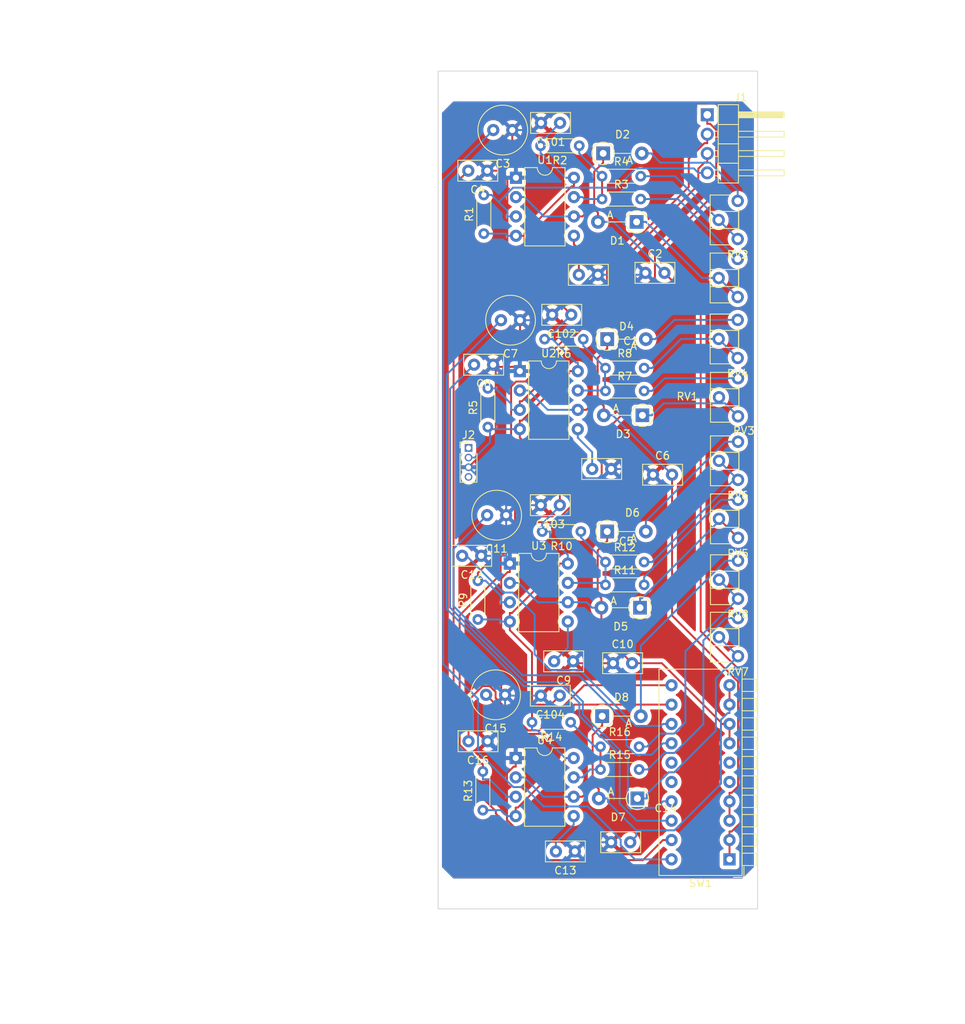
<source format=kicad_pcb>
(kicad_pcb (version 20211014) (generator pcbnew)
  (layers (0 "F.Cu" signal) (31 "B.Cu" signal) (34 "B.Paste" user) (35 "F.Paste" user) (36 "B.SilkS" user "B.Silkscreen") (37 "F.SilkS" user "F.Silkscreen") (38 "B.Mask" user) (39 "F.Mask" user) (44 "Edge.Cuts" user))
  (net 0 "")
  (net 1 "GND")
  (net 2 "Net-(C1-Pad2)")
  (net 3 "Net-(D1-Pad1)")
  (net 4 "/clk1out")
  (net 5 "/ct1")
  (net 6 "+5V")
  (net 7 "Net-(R2-Pad1)")
  (net 8 "Net-(D4-Pad2)")
  (net 9 "Net-(R4-Pad2)")
  (net 10 "Net-(R10-Pad1)")
  (net 11 "/ct2")
  (net 12 "Net-(C5-Pad2)")
  (net 13 "Net-(D2-Pad2)")
  (net 14 "Net-(D3-Pad1)")
  (net 15 "Net-(R3-Pad2)")
  (net 16 "Net-(R6-Pad1)")
  (net 17 "Net-(R7-Pad2)")
  (net 18 "/ct3")
  (net 19 "/ct4")
  (net 20 "/clk2out")
  (net 21 "Net-(C9-Pad2)")
  (net 22 "/clk3out")
  (net 23 "/clk4out")
  (net 24 "Net-(D6-Pad2)")
  (net 25 "Net-(R11-Pad2)")
  (net 26 "Net-(R14-Pad1)")
  (net 27 "Net-(C13-Pad2)")
  (net 28 "Net-(D5-Pad1)")
  (net 29 "Net-(D7-Pad1)")
  (net 30 "Net-(D8-Pad2)")
  (net 31 "Net-(R15-Pad2)")
  (net 32 "Net-(R16-Pad2)")
  (net 33 "+12V")
  (net 34 "-12V")
  (net 39 "Net-(C3-Pad2)")
  (net 40 "Net-(C4-Pad2)")
  (net 41 "Net-(C7-Pad2)")
  (net 42 "Net-(C8-Pad2)")
  (net 43 "Net-(C11-Pad2)")
  (net 44 "Net-(C12-Pad2)")
  (net 45 "Net-(C15-Pad2)")
  (net 46 "Net-(C16-Pad2)")
  (net 47 "Net-(R8-Pad2)")
  (net 48 "Net-(R12-Pad2)")
  (footprint "Capacitor_THT:C_Disc_D5.0mm_W2.5mm_P2.50mm" (layer "F.Cu") (at 106.25 103)
    (fp_text reference "C6")
    (fp_text value "C")
  )
  (footprint "Button_Switch_THT:SW_DIP_SPSTx10_Piano_10.8x26.96mm_W7.62mm_P2.54mm" (layer "F.Cu") (at 116.3 153.5 180)
    (fp_text reference "SW1")
    (fp_text value "SW_DIP_x10")
  )
  (footprint "Capacitor_THT:C_Disc_D5.0mm_W2.5mm_P2.50mm" (layer "F.Cu") (at 95.75 127.5 180)
    (fp_text reference "C9")
    (fp_text value "C")
  )
  (footprint "Resistor_THT:R_Axial_DIN0204_L3.6mm_D1.6mm_P5.08mm_Horizontal" (layer "F.Cu") (at 96.765 110.46 180)
    (fp_text reference "R10")
    (fp_text value "1k")
  )
  (footprint "Resistor_THT:R_Axial_DIN0204_L3.6mm_D1.6mm_P5.08mm_Horizontal" (layer "F.Cu") (at 99.34 138.7)
    (fp_text reference "R16")
    (fp_text value "10")
  )
  (footprint "Diode_THT:D_A-405_P5.08mm_Vertical_AnodeUp" (layer "F.Cu") (at 104.855 95.2 180)
    (fp_text reference "D3")
    (fp_text value "D")
  )
  (footprint "Potentiometer_THT:Potentiometer_Piher_PT-6-H_Horizontal" (layer "F.Cu") (at 117.415 111.292 180)
    (fp_text reference "RV5")
    (fp_text value "R_Potentiometer")
  )
  (footprint "Potentiometer_THT:Potentiometer_Piher_PT-6-H_Horizontal" (layer "F.Cu") (at 117.375 87.672 180)
    (fp_text reference "RV4")
    (fp_text value "R_Potentiometer")
  )
  (footprint "Resistor_THT:R_Axial_DIN0204_L3.6mm_D1.6mm_P5.08mm_Horizontal" (layer "F.Cu") (at 83.88 147.04 90)
    (fp_text reference "R13")
    (fp_text value "1k")
  )
  (footprint "Capacitor_THT:C_Disc_D5.0mm_W2.5mm_P2.50mm" (layer "F.Cu") (at 83.6645 113.644 180)
    (fp_text reference "C12")
    (fp_text value "C")
  )
  (footprint "Capacitor_THT:C_Disc_D5.0mm_W2.5mm_P2.50mm" (layer "F.Cu") (at 99 76.75 180)
    (fp_text reference "C1")
    (fp_text value "C")
  )
  (footprint "Capacitor_THT:C_Radial_D6.3mm_H11.0mm_P2.50mm" (layer "F.Cu") (at 87.75 57.75 180)
    (fp_text reference "C3")
    (fp_text value "C")
  )
  (footprint "Capacitor_THT:C_Disc_D5.0mm_W2.5mm_P2.50mm" (layer "F.Cu") (at 105.25 76.5)
    (fp_text reference "C2")
    (fp_text value "C")
  )
  (footprint "Resistor_THT:R_Axial_DIN0204_L3.6mm_D1.6mm_P5.08mm_Horizontal" (layer "F.Cu") (at 100 89)
    (fp_text reference "R8")
    (fp_text value "10")
  )
  (footprint "Resistor_THT:R_Axial_DIN0204_L3.6mm_D1.6mm_P5.08mm_Horizontal" (layer "F.Cu") (at 84.54 96.74 90)
    (fp_text reference "R5")
    (fp_text value "1k")
  )
  (footprint "Resistor_THT:R_Axial_DIN0204_L3.6mm_D1.6mm_P5.08mm_Horizontal" (layer "F.Cu") (at 99.34 141.7)
    (fp_text reference "R15")
    (fp_text value "10")
  )
  (footprint "Connector_PinHeader_1.27mm:PinHeader_1x04_P1.27mm_Vertical" (layer "F.Cu") (at 82 99.48)
    (fp_text reference "J2")
    (fp_text value "PowerSupply")
  )
  (footprint "Resistor_THT:R_Axial_DIN0204_L3.6mm_D1.6mm_P5.08mm_Horizontal" (layer "F.Cu") (at 100 92)
    (fp_text reference "R7")
    (fp_text value "10")
  )
  (footprint "Capacitor_THT:C_Disc_D5.0mm_W2.5mm_P2.50mm" (layer "F.Cu") (at 95.98 152.46 180)
    (fp_text reference "C13")
    (fp_text value "C")
  )
  (footprint "Capacitor_THT:C_Disc_D5.0mm_W2.5mm_P2.50mm" (layer "F.Cu") (at 100.75 102.25 180)
    (fp_text reference "C5")
    (fp_text value "C")
  )
  (footprint "Potentiometer_THT:Potentiometer_Piher_PT-6-H_Horizontal" (layer "F.Cu") (at 117.415 126.824 180)
    (fp_text reference "RV7")
    (fp_text value "R_Potentiometer")
  )
  (footprint "Potentiometer_THT:Potentiometer_Piher_PT-6-H_Horizontal" (layer "F.Cu") (at 117.375 72.052 180)
    (fp_text reference "RV2")
    (fp_text value "R_Potentiometer")
  )
  (footprint "Capacitor_THT:C_Disc_D5.0mm_W2.5mm_P2.50mm" (layer "F.Cu") (at 85.2335 88.556 180)
    (fp_text reference "C8")
    (fp_text value "C")
  )
  (footprint "Resistor_THT:R_Axial_DIN0204_L3.6mm_D1.6mm_P5.08mm_Horizontal" (layer "F.Cu") (at 95.42 135.5 180)
    (fp_text reference "R14")
    (fp_text value "1k")
  )
  (footprint "Resistor_THT:R_Axial_DIN0204_L3.6mm_D1.6mm_P5.08mm_Horizontal" (layer "F.Cu") (at 100 114.46)
    (fp_text reference "R12")
    (fp_text value "10")
  )
  (footprint "Potentiometer_THT:Potentiometer_Piher_PT-6-H_Horizontal" (layer "F.Cu") (at 117.415 103.672 180)
    (fp_text reference "RV6")
    (fp_text value "R_Potentiometer")
  )
  (footprint "Resistor_THT:R_Axial_DIN0204_L3.6mm_D1.6mm_P5.08mm_Horizontal" (layer "F.Cu") (at 97.08 85.2 180)
    (fp_text reference "R6")
    (fp_text value "1k")
  )
  (footprint "Capacitor_THT:C_Disc_D5.0mm_W2.5mm_P2.50mm" (layer "F.Cu") (at 101 127.75)
    (fp_text reference "C10")
    (fp_text value "C")
  )
  (footprint "Capacitor_THT:C_Radial_D6.3mm_H11.0mm_P2.50mm" (layer "F.Cu") (at 86.8055 131.894 180)
    (fp_text reference "C15")
    (fp_text value "C")
  )
  (footprint "Package_DIP:DIP-8_W7.62mm" (layer "F.Cu") (at 88.74 89.4)
    (fp_text reference "U2")
    (fp_text value "NE555P")
  )
  (footprint "Capacitor_THT:C_Disc_D5.0mm_W2.5mm_P2.50mm" (layer "F.Cu") (at 95.5 82 180)
    (fp_text reference "C102")
    (fp_text value "C")
  )
  (footprint "Capacitor_THT:C_Disc_D5.0mm_W2.5mm_P2.50mm" (layer "F.Cu") (at 100.75 151.25)
    (fp_text reference "C14")
    (fp_text value "C")
  )
  (footprint "Diode_THT:D_A-405_P5.08mm_Vertical_AnodeUp" (layer "F.Cu") (at 99.6935 60.81)
    (fp_text reference "D2")
    (fp_text value "D")
  )
  (footprint "Package_DIP:DIP-8_W7.62mm" (layer "F.Cu") (at 88.2285 64.01)
    (fp_text reference "U1")
    (fp_text value "NE555P")
  )
  (footprint "Diode_THT:D_A-405_P5.08mm_Vertical_AnodeUp" (layer "F.Cu") (at 99.565 134.7)
    (fp_text reference "D8")
    (fp_text value "D")
  )
  (footprint "Capacitor_THT:C_Radial_D6.3mm_H11.0mm_P2.50mm" (layer "F.Cu") (at 86.9465 108.31 180)
    (fp_text reference "C11")
    (fp_text value "C")
  )
  (footprint "Potentiometer_THT:Potentiometer_Piher_PT-6-H_Horizontal" (layer "F.Cu") (at 117.375 79.672 180)
    (fp_text reference "RV1")
    (fp_text value "R_Potentiometer")
  )
  (footprint "Package_DIP:DIP-8_W7.62mm" (layer "F.Cu") (at 88.2 140.2)
    (fp_text reference "U4")
    (fp_text value "NE555P")
  )
  (footprint "Diode_THT:D_A-405_P5.08mm_Vertical_AnodeUp" (layer "F.Cu") (at 100.225 110.46)
    (fp_text reference "D6")
    (fp_text value "D")
  )
  (footprint "Diode_THT:D_A-405_P5.08mm_Vertical_AnodeUp" (layer "F.Cu") (at 104.0885 69.81 180)
    (fp_text reference "D1")
    (fp_text value "D")
  )
  (footprint "Capacitor_THT:C_Disc_D5.0mm_W2.5mm_P2.50mm" (layer "F.Cu") (at 84.4995 137.99 180)
    (fp_text reference "C16")
    (fp_text value "C")
  )
  (footprint "Capacitor_THT:C_Disc_D5.0mm_W2.5mm_P2.50mm" (layer "F.Cu") (at 94 107 180)
    (fp_text reference "C103")
    (fp_text value "C")
  )
  (footprint "Diode_THT:D_A-405_P5.08mm_Vertical_AnodeUp" (layer "F.Cu") (at 100.225 85.2)
    (fp_text reference "D4")
    (fp_text value "D")
  )
  (footprint "Capacitor_THT:C_Disc_D5.0mm_W2.5mm_P2.50mm" (layer "F.Cu") (at 94 132 180)
    (fp_text reference "C104")
    (fp_text value "C")
  )
  (footprint "Diode_THT:D_A-405_P5.08mm_Vertical_AnodeUp" (layer "F.Cu") (at 104.54 120.46 180)
    (fp_text reference "D5")
    (fp_text value "D")
  )
  (footprint "Capacitor_THT:C_Disc_D5.0mm_W2.5mm_P2.50mm" (layer "F.Cu") (at 94.0285 56.81 180)
    (fp_text reference "C101")
    (fp_text value "C")
  )
  (footprint "Potentiometer_THT:Potentiometer_Piher_PT-6-H_Horizontal" (layer "F.Cu") (at 117.415 95.332 180)
    (fp_text reference "RV3")
    (fp_text value "R_Potentiometer")
  )
  (footprint "Package_DIP:DIP-8_W7.62mm" (layer "F.Cu") (at 87.425 114.66)
    (fp_text reference "U3")
    (fp_text value "NE555P")
  )
  (footprint "Resistor_THT:R_Axial_DIN0204_L3.6mm_D1.6mm_P5.08mm_Horizontal" (layer "F.Cu") (at 96.5485 59.81 180)
    (fp_text reference "R2")
    (fp_text value "1k")
  )
  (footprint "Resistor_THT:R_Axial_DIN0204_L3.6mm_D1.6mm_P5.08mm_Horizontal" (layer "F.Cu") (at 83.225 122 90)
    (fp_text reference "R9")
    (fp_text value "1k")
  )
  (footprint "Resistor_THT:R_Axial_DIN0204_L3.6mm_D1.6mm_P5.08mm_Horizontal" (layer "F.Cu") (at 99.5485 63.81)
    (fp_text reference "R4")
    (fp_text value "10")
  )
  (footprint "Resistor_THT:R_Axial_DIN0204_L3.6mm_D1.6mm_P5.08mm_Horizontal" (layer "F.Cu") (at 84.0085 71.35 90)
    (fp_text reference "R1")
    (fp_text value "1k")
  )
  (footprint "Diode_THT:D_A-405_P5.08mm_Vertical_AnodeUp" (layer "F.Cu") (at 104.195 145.5 180)
    (fp_text reference "D7")
    (fp_text value "D")
  )
  (footprint "Connector_PinHeader_2.54mm:PinHeader_1x04_P2.54mm_Horizontal" (layer "F.Cu") (at 113.375 55.75)
    (fp_text reference "J1")
    (fp_text value "Conn_01x04_Male")
  )
  (footprint "Potentiometer_THT:Potentiometer_Piher_PT-6-H_Horizontal" (layer "F.Cu") (at 117.415 119.284 180)
    (fp_text reference "RV8")
    (fp_text value "R_Potentiometer")
  )
  (footprint "Capacitor_THT:C_Radial_D6.3mm_H11.0mm_P2.50mm" (layer "F.Cu") (at 88.7695 82.714 180)
    (fp_text reference "C7")
    (fp_text value "C")
  )
  (footprint "Resistor_THT:R_Axial_DIN0204_L3.6mm_D1.6mm_P5.08mm_Horizontal" (layer "F.Cu") (at 99.5485 66.81)
    (fp_text reference "R3")
    (fp_text value "10")
  )
  (footprint "Resistor_THT:R_Axial_DIN0204_L3.6mm_D1.6mm_P5.08mm_Horizontal" (layer "F.Cu") (at 100 117.46)
    (fp_text reference "R11")
    (fp_text value "10")
  )
  (footprint "Capacitor_THT:C_Disc_D5.0mm_W2.5mm_P2.50mm" (layer "F.Cu") (at 84.468 63.084 180)
    (fp_text reference "C4")
    (fp_text value "C")
  )
  (gr_rect (start 120 50) (end 78 160) (layer "Edge.Cuts") (width 0.1) (fill none))
  (segment (start 88.7695 88.2452) (end 88.7695 82.714) (width 0.25) (layer "F.Cu") (net 1))
  (segment (start 82 102.02) (end 85.5692 98.4508) (width 0.25) (layer "F.Cu") (net 1))
  (segment (start 89.9133 151.1754) (end 87.0517 148.3138) (width 0.25) (layer "F.Cu") (net 1))
  (segment (start 94.6954 151.1754) (end 89.9133 151.1754) (width 0.25) (layer "F.Cu") (net 1))
  (segment (start 86.1772 63.084) (end 87.75 61.5112) (width 0.25) (layer "F.Cu") (net 1))
  (segment (start 95.75 127.75) (end 91.5 132) (width 0.25) (layer "F.Cu") (net 1))
  (segment (start 95.75 127.5) (end 95.75 127.75) (width 0.25) (layer "F.Cu") (net 1))
  (segment (start 95.75 127.75) (end 101 127.75) (width 0.25) (layer "F.Cu") (net 1))
  (segment (start 88.2285 64.01) (end 87.1032 64.01) (width 0.25) (layer "F.Cu") (net 1))
  (segment (start 86.1772 63.084) (end 87.1032 64.01) (width 0.25) (layer "F.Cu") (net 1))
  (segment (start 87.75 61.5112) (end 87.75 57.75) (width 0.25) (layer "F.Cu") (net 1))
  (segment (start 87.0517 142.1923) (end 87.9187 141.3253) (width 0.25) (layer "F.Cu") (net 1))
  (segment (start 87.1436 115.7853) (end 87.425 115.7853) (width 0.25) (layer "F.Cu") (net 1))
  (segment (start 86.2997 116.6292) (end 87.1436 115.7853) (width 0.25) (layer "F.Cu") (net 1))
  (segment (start 88.74 88.2747) (end 88.7695 88.2452) (width 0.25) (layer "F.Cu") (net 1))
  (segment (start 84.468 63.084) (end 86.1772 63.084) (width 0.25) (layer "F.Cu") (net 1))
  (segment (start 95.98 152.46) (end 94.6954 151.1754) (width 0.25) (layer "F.Cu") (net 1))
  (segment (start 87.9187 141.3253) (end 88.2 141.3253) (width 0.25) (layer "F.Cu") (net 1))
  (segment (start 87.425 114.66) (end 87.425 115.7853) (width 0.25) (layer "F.Cu") (net 1))
  (segment (start 88.2 140.2) (end 88.2 141.3253) (width 0.25) (layer "F.Cu") (net 1))
  (segment (start 88.74 88.8373) (end 85.5692 88.8373) (width 0.25) (layer "F.Cu") (net 1))
  (segment (start 88.7695 82.714) (end 87.1032 81.0477) (width 0.25) (layer "F.Cu") (net 1))
  (segment (start 85.5692 98.4508) (end 85.5692 88.8373) (width 0.25) (layer "F.Cu") (net 1))
  (segment (start 88.74 89.4) (end 88.74 88.8373) (width 0.25) (layer "F.Cu") (net 1))
  (segment (start 87.0517 148.3138) (end 87.0517 142.1923) (width 0.25) (layer "F.Cu") (net 1))
  (segment (start 87.1032 81.0477) (end 87.1032 64.01) (width 0.25) (layer "F.Cu") (net 1))
  (segment (start 86.2997 131.3882) (end 86.2997 116.6292) (width 0.25) (layer "F.Cu") (net 1))
  (segment (start 85.5148 88.8373) (end 85.2335 88.556) (width 0.25) (layer "F.Cu") (net 1))
  (segment (start 85.5692 88.8373) (end 85.5148 88.8373) (width 0.25) (layer "F.Cu") (net 1))
  (segment (start 86.8055 131.894) (end 86.2997 131.3882) (width 0.25) (layer "F.Cu") (net 1))
  (segment (start 88.74 88.8373) (end 88.74 88.2747) (width 0.25) (layer "F.Cu") (net 1))
  (segment (start 100.75 102.25) (end 99.5366 103.4634) (width 0.25) (layer "B.Cu") (net 1))
  (segment (start 105.5 102.25) (end 106.25 103) (width 0.25) (layer "B.Cu") (net 1))
  (segment (start 99.5366 103.4634) (end 95.0366 103.4634) (width 0.25) (layer "B.Cu") (net 1))
  (segment (start 100.75 102.25) (end 105.5 102.25) (width 0.25) (layer "B.Cu") (net 1))
  (segment (start 88.7695 82.714) (end 92.286 82.714) (width 0.25) (layer "B.Cu") (net 1))
  (segment (start 84.8647 137.99) (end 86.8055 136.0492) (width 0.25) (layer "B.Cu") (net 1))
  (segment (start 100.75 151.25) (end 97.19 151.25) (width 0.25) (layer "B.Cu") (net 1))
  (segment (start 92.286 82.714) (end 93 82) (width 0.25) (layer "B.Cu") (net 1))
  (segment (start 87.425 114.0973) (end 87.3998 114.0973) (width 0.25) (layer "B.Cu") (net 1))
  (segment (start 86.9465 106.9665) (end 86.9465 107) (width 0.25) (layer "B.Cu") (net 1))
  (segment (start 86.8055 132) (end 86.8055 131.894) (width 0.25) (layer "B.Cu") (net 1))
  (segment (start 86.8055 136.0492) (end 86.8055 132) (width 0.25) (layer "B.Cu") (net 1))
  (segment (start 95.0366 103.4634) (end 91.5 107) (width 0.25) (layer "B.Cu") (net 1))
  (segment (start 84.8647 137.99) (end 87.0747 140.2) (width 0.25) (layer "B.Cu") (net 1))
  (segment (start 87.75 57.75) (end 90.5885 57.75) (width 0.25) (layer "B.Cu") (net 1))
  (segment (start 84.4995 137.99) (end 84.8647 137.99) (width 0.25) (layer "B.Cu") (net 1))
  (segment (start 86.9465 107) (end 91.5 107) (width 0.25) (layer "B.Cu") (net 1))
  (segment (start 97.19 151.25) (end 95.98 152.46) (width 0.25) (layer "B.Cu") (net 1))
  (segment (start 86.8055 132) (end 91.5 132) (width 0.25) (layer "B.Cu") (net 1))
  (segment (start 105 76.75) (end 105.25 76.5) (width 0.25) (layer "B.Cu") (net 1))
  (segment (start 86.9465 113.644) (end 83.6645 113.644) (width 0.25) (layer "B.Cu") (net 1))
  (segment (start 87.3998 114.0973) (end 86.9465 113.644) (width 0.25) (layer "B.Cu") (net 1))
  (segment (start 86.9465 113.644) (end 86.9465 108.31) (width 0.25) (layer "B.Cu") (net 1))
  (segment (start 90.5885 57.75) (end 91.5285 56.81) (width 0.25) (layer "B.Cu") (net 1))
  (segment (start 87.425 114.66) (end 87.425 114.0973) (width 0.25) (layer "B.Cu") (net 1))
  (segment (start 88.2 140.2) (end 87.0747 140.2) (width 0.25) (layer "B.Cu") (net 1))
  (segment (start 93 82) (end 98.25 76.75) (width 0.25) (layer "B.Cu") (net 1))
  (segment (start 82 102.02) (end 86.9465 106.9665) (width 0.25) (layer "B.Cu") (net 1))
  (segment (start 99 76.75) (end 105 76.75) (width 0.25) (layer "B.Cu") (net 1))
  (segment (start 86.9465 107) (end 86.9465 108.31) (width 0.25) (layer "B.Cu") (net 1))
  (segment (start 98.25 76.75) (end 99 76.75) (width 0.25) (layer "B.Cu") (net 1))
  (segment (start 95.8485 72.7553) (end 96.5 73.4068) (width 0.25) (layer "F.Cu") (net 2))
  (segment (start 95.8485 71.63) (end 95.8485 72.7553) (width 0.25) (layer "F.Cu") (net 2))
  (segment (start 96.5 73.4068) (end 96.5 76.75) (width 0.25) (layer "F.Cu") (net 2))
  (segment (start 105.3138 69.81) (end 112.6758 77.172) (width 0.25) (layer "B.Cu") (net 3))
  (segment (start 112.6758 77.172) (end 114.875 77.172) (width 0.25) (layer "B.Cu") (net 3))
  (segment (start 117.375 79.672) (end 114.875 77.172) (width 0.25) (layer "B.Cu") (net 3))
  (segment (start 104.0885 69.81) (end 105.3138 69.81) (width 0.25) (layer "B.Cu") (net 3))
  (segment (start 85.964 67.2001) (end 87.1032 68.3394) (width 0.25) (layer "B.Cu") (net 4))
  (segment (start 88.2285 69.09) (end 87.1032 69.09) (width 0.25) (layer "B.Cu") (net 4))
  (segment (start 113.375 63.37) (end 112.1997 63.37) (width 0.25) (layer "B.Cu") (net 4))
  (segment (start 103.9901 62.7799) (end 111.6096 62.7799) (width 0.25) (layer "B.Cu") (net 4))
  (segment (start 87.8541 65.31) (end 101.46 65.31) (width 0.25) (layer "B.Cu") (net 4))
  (segment (start 85.964 67.2001) (end 87.8541 65.31) (width 0.25) (layer "B.Cu") (net 4))
  (segment (start 101.46 65.31) (end 103.9901 62.7799) (width 0.25) (layer "B.Cu") (net 4))
  (segment (start 87.1032 68.3394) (end 87.1032 69.09) (width 0.25) (layer "B.Cu") (net 4))
  (segment (start 111.6096 62.7799) (end 112.1997 63.37) (width 0.25) (layer "B.Cu") (net 4))
  (segment (start 85.0338 66.27) (end 85.964 67.2001) (width 0.25) (layer "B.Cu") (net 4))
  (segment (start 84.0085 66.27) (end 85.0338 66.27) (width 0.25) (layer "B.Cu") (net 4))
  (segment (start 116.3 150.96) (end 116.3 149.8347) (width 0.25) (layer "F.Cu") (net 5))
  (segment (start 117.8763 128.9079) (end 117.8763 148.5397) (width 0.25) (layer "F.Cu") (net 5))
  (segment (start 95.8485 69.09) (end 96.9738 69.09) (width 0.25) (layer "F.Cu") (net 5))
  (segment (start 97.726 68.3378) (end 96.9738 69.09) (width 0.25) (layer "F.Cu") (net 5))
  (segment (start 99.0085 69.81) (end 99.0085 68.5847) (width 0.25) (layer "F.Cu") (net 5))
  (segment (start 99.6935 60.81) (end 99.6935 62.0353) (width 0.25) (layer "F.Cu") (net 5))
  (segment (start 107.75 76.5) (end 112.5085 81.2585) (width 0.25) (layer "F.Cu") (net 5))
  (segment (start 117.8763 148.5397) (end 116.5813 149.8347) (width 0.25) (layer "F.Cu") (net 5))
  (segment (start 112.5085 81.2585) (end 112.5085 123.5401) (width 0.25) (layer "F.Cu") (net 5))
  (segment (start 98.5148 68.3378) (end 97.726 68.3378) (width 0.25) (layer "F.Cu") (net 5))
  (segment (start 98.5148 63.214) (end 99.6935 62.0353) (width 0.25) (layer "F.Cu") (net 5))
  (segment (start 116.5813 149.8347) (end 116.3 149.8347) (width 0.25) (layer "F.Cu") (net 5))
  (segment (start 98.7616 68.3378) (end 98.5148 68.3378) (width 0.25) (layer "F.Cu") (net 5))
  (segment (start 116.3 153.5) (end 116.3 150.96) (width 0.25) (layer "F.Cu") (net 5))
  (segment (start 99.0085 68.5847) (end 98.7616 68.3378) (width 0.25) (layer "F.Cu") (net 5))
  (segment (start 98.5148 68.3378) (end 98.5148 63.214) (width 0.25) (layer "F.Cu") (net 5))
  (segment (start 112.5085 123.5401) (end 117.8763 128.9079) (width 0.25) (layer "F.Cu") (net 5))
  (segment (start 89.3538 66.55) (end 91.8938 69.09) (width 0.25) (layer "B.Cu") (net 5))
  (segment (start 99.0085 69.81) (end 101.06 69.81) (width 0.25) (layer "B.Cu") (net 5))
  (segment (start 101.06 69.81) (end 107.75 76.5) (width 0.25) (layer "B.Cu") (net 5))
  (segment (start 88.2285 66.55) (end 89.3538 66.55) (width 0.25) (layer "B.Cu") (net 5))
  (segment (start 91.8938 69.09) (end 95.8485 69.09) (width 0.25) (layer "B.Cu") (net 5))
  (segment (start 95.82 140.2) (end 94.6947 140.2) (width 0.25) (layer "F.Cu") (net 6))
  (segment (start 90.34 126.3203) (end 90.34 133.1841) (width 0.25) (layer "F.Cu") (net 6))
  (segment (start 94.6947 140.2) (end 94.6947 140.4813) (width 0.25) (layer "F.Cu") (net 6))
  (segment (start 95.045 114.66) (end 93.9197 114.66) (width 0.25) (layer "F.Cu") (net 6))
  (segment (start 89.0213 95.8947) (end 88.74 95.8947) (width 0.25) (layer "F.Cu") (net 6))
  (segment (start 87.425 122.28) (end 87.425 123.4053) (width 0.25) (layer "F.Cu") (net 6))
  (segment (start 88.74 97.02) (end 88.74 98.1453) (width 0.25) (layer "F.Cu") (net 6))
  (segment (start 87.425 123.4053) (end 90.34 126.3203) (width 0.25) (layer "F.Cu") (net 6))
  (segment (start 96.36 89.4) (end 95.2347 89.4) (width 0.25) (layer "F.Cu") (net 6))
  (segment (start 88.4813 146.6947) (end 88.2 146.6947) (width 0.25) (layer "F.Cu") (net 6))
  (segment (start 94 103.4053) (end 88.74 98.1453) (width 0.25) (layer "F.Cu") (net 6))
  (segment (start 95.5 82) (end 89.3538 75.8538) (width 0.25) (layer "F.Cu") (net 6))
  (segment (start 95.8485 64.01) (end 95.8485 65.1353) (width 0.25) (layer "F.Cu") (net 6))
  (segment (start 93.9197 114.9413) (end 87.7063 121.1547) (width 0.25) (layer "F.Cu") (net 6))
  (segment (start 90.34 133.1841) (end 92.8159 133.1841) (width 0.25) (layer "F.Cu") (net 6))
  (segment (start 89.3538 71.3487) (end 95.5672 65.1353) (width 0.25) (layer "F.Cu") (net 6))
  (segment (start 88.74 97.02) (end 88.74 95.8947) (width 0.25) (layer "F.Cu") (net 6))
  (segment (start 95.5672 65.1353) (end 95.8485 65.1353) (width 0.25) (layer "F.Cu") (net 6))
  (segment (start 90.34 133.1841) (end 90.34 135.5) (width 0.25) (layer "F.Cu") (net 6))
  (segment (start 94 107) (end 94 103.4053) (width 0.25) (layer "F.Cu") (net 6))
  (segment (start 94.6947 140.4813) (end 88.4813 146.6947) (width 0.25) (layer "F.Cu") (net 6))
  (segment (start 87.425 122.28) (end 87.425 121.1547) (width 0.25) (layer "F.Cu") (net 6))
  (segment (start 93.9197 114.66) (end 93.9197 114.9413) (width 0.25) (layer "F.Cu") (net 6))
  (segment (start 95.2347 89.4) (end 95.2347 89.6813) (width 0.25) (layer "F.Cu") (net 6))
  (segment (start 87.7063 121.1547) (end 87.425 121.1547) (width 0.25) (layer "F.Cu") (net 6))
  (segment (start 88.2 147.82) (end 88.2 146.6947) (width 0.25) (layer "F.Cu") (net 6))
  (segment (start 92.8159 133.1841) (end 94 132) (width 0.25) (layer "F.Cu") (net 6))
  (segment (start 89.3538 71.63) (end 89.3538 71.3487) (width 0.25) (layer "F.Cu") (net 6))
  (segment (start 95.2347 89.6813) (end 89.0213 95.8947) (width 0.25) (layer "F.Cu") (net 6))
  (segment (start 88.2285 71.63) (end 89.3538 71.63) (width 0.25) (layer "F.Cu") (net 6))
  (segment (start 89.3538 75.8538) (end 89.3538 71.63) (width 0.25) (layer "F.Cu") (net 6))
  (segment (start 92.0538 58.7847) (end 94.0285 56.81) (width 0.25) (layer "B.Cu") (net 6))
  (segment (start 84.0085 71.35) (end 86.8232 71.35) (width 0.25) (layer "B.Cu") (net 6))
  (segment (start 91.685 110.46) (end 91.685 109.4347) (width 0.25) (layer "B.Cu") (net 6))
  (segment (start 91.4685 58.7847) (end 92.0538 58.7847) (width 0.25) (layer "B.Cu") (net 6))
  (segment (start 96.36 89.4) (end 96.36 88.2747) (width 0.25) (layer "B.Cu") (net 6))
  (segment (start 91.685 109.4347) (end 94 107.1197) (width 0.25) (layer "B.Cu") (net 6))
  (segment (start 84.82 97.02) (end 84.82 98.7553) (width 0.25) (layer "B.Cu") (net 6))
  (segment (start 88.2 147.82) (end 87.0747 147.82) (width 0.25) (layer "B.Cu") (net 6))
  (segment (start 95.045 113.5347) (end 92.7103 111.2) (width 0.25) (layer "B.Cu") (net 6))
  (segment (start 88.2285 71.63) (end 87.1032 71.63) (width 0.25) (layer "B.Cu") (net 6))
  (segment (start 83.225 122) (end 86.0197 122) (width 0.25) (layer "B.Cu") (net 6))
  (segment (start 94 107.1197) (end 94 107) (width 0.25) (layer "B.Cu") (net 6))
  (segment (start 95.045 114.66) (end 95.045 113.5347) (width 0.25) (layer "B.Cu") (net 6))
  (segment (start 95.8485 64.01) (end 94.7232 64.01) (width 0.25) (layer "B.Cu") (net 6))
  (segment (start 86.8232 71.35) (end 87.1032 71.63) (width 0.25) (layer "B.Cu") (net 6))
  (segment (start 88.74 97.02) (end 84.82 97.02) (width 0.25) (layer "B.Cu") (net 6))
  (segment (start 95.82 140.2) (end 94.6947 140.2) (width 0.25) (layer "B.Cu") (net 6))
  (segment (start 82 100.75) (end 82.8253 100.75) (width 0.25) (layer "B.Cu") (net 6))
  (segment (start 91.4685 59.81) (end 91.4685 60.8353) (width 0.25) (layer "B.Cu") (net 6))
  (segment (start 91.4685 59.81) (end 91.4685 58.7847) (width 0.25) (layer "B.Cu") (net 6))
  (segment (start 96.36 88.2747) (end 96.1 88.2747) (width 0.25) (layer "B.Cu") (net 6))
  (segment (start 84.82 97.02) (end 84.54 96.74) (width 0.25) (layer "B.Cu") (net 6))
  (segment (start 83.88 147.04) (end 86.2947 147.04) (width 0.25) (layer "B.Cu") (net 6))
  (segment (start 93.0253 85.2) (end 93.0253 84.4747) (width 0.25) (layer "B.Cu") (net 6))
  (segment (start 86.0197 122) (end 86.2997 122.28) (width 0.25) (layer "B.Cu") (net 6))
  (segment (start 94.7232 64.01) (end 91.5485 60.8353) (width 0.25) (layer "B.Cu") (net 6))
  (segment (start 87.425 122.28) (end 86.2997 122.28) (width 0.25) (layer "B.Cu") (net 6))
  (segment (start 91.685 110.46) (end 92.7103 110.46) (width 0.25) (layer "B.Cu") (net 6))
  (segment (start 91.5485 60.8353) (end 91.4685 60.8353) (width 0.25) (layer "B.Cu") (net 6))
  (segment (start 84.82 98.7553) (end 82.8253 100.75) (width 0.25) (layer "B.Cu") (net 6))
  (segment (start 90.34 135.5) (end 90.34 136.5253) (width 0.25) (layer "B.Cu") (net 6))
  (segment (start 93.0253 84.4747) (end 95.5 82) (width 0.25) (layer "B.Cu") (net 6))
  (segment (start 86.2947 147.04) (end 87.0747 147.82) (width 0.25) (layer "B.Cu") (net 6))
  (segment (start 92 85.2) (end 93.0253 85.2) (width 0.25) (layer "B.Cu") (net 6))
  (segment (start 94.6947 140.2) (end 91.02 136.5253) (width 0.25) (layer "B.Cu") (net 6))
  (segment (start 96.1 88.2747) (end 93.0253 85.2) (width 0.25) (layer "B.Cu") (net 6))
  (segment (start 91.02 136.5253) (end 90.34 136.5253) (width 0.25) (layer "B.Cu") (net 6))
  (segment (start 92.7103 111.2) (end 92.7103 110.46) (width 0.25) (layer "B.Cu") (net 6))
  (segment (start 99.5485 66.81) (end 99.5485 63.81) (width 0.25) (layer "F.Cu") (net 7))
  (segment (start 99.5485 66.81) (end 97.2338 66.81) (width 0.25) (layer "B.Cu") (net 7))
  (segment (start 97.2338 66.81) (end 96.9738 66.55) (width 0.25) (layer "B.Cu") (net 7))
  (segment (start 99.5485 63.81) (end 96.5485 60.81) (width 0.25) (layer "B.Cu") (net 7))
  (segment (start 95.8485 66.55) (end 96.9738 66.55) (width 0.25) (layer "B.Cu") (net 7))
  (segment (start 96.5485 60.81) (end 96.5485 59.81) (width 0.25) (layer "B.Cu") (net 7))
  (segment (start 105.305 85.2) (end 106.5303 85.2) (width 0.25) (layer "B.Cu") (net 8))
  (segment (start 109.0583 82.672) (end 117.375 82.672) (width 0.25) (layer "B.Cu") (net 8))
  (segment (start 106.5303 85.2) (end 109.0583 82.672) (width 0.25) (layer "B.Cu") (net 8))
  (segment (start 117.375 72.052) (end 114.875 69.552) (width 0.25) (layer "B.Cu") (net 9))
  (segment (start 104.6285 63.81) (end 109.133 63.81) (width 0.25) (layer "B.Cu") (net 9))
  (segment (start 109.133 63.81) (end 114.875 69.552) (width 0.25) (layer "B.Cu") (net 9))
  (segment (start 100 117.2) (end 100 114.46) (width 0.25) (layer "B.Cu") (net 10))
  (segment (start 95.045 117.2) (end 96.1703 117.2) (width 0.25) (layer "B.Cu") (net 10))
  (segment (start 100 114.46) (end 96.765 111.225) (width 0.25) (layer "B.Cu") (net 10))
  (segment (start 100 117.46) (end 100 117.2) (width 0.25) (layer "B.Cu") (net 10))
  (segment (start 100 117.2) (end 96.1703 117.2) (width 0.25) (layer "B.Cu") (net 10))
  (segment (start 96.765 111.225) (end 96.765 110.46) (width 0.25) (layer "B.Cu") (net 10))
  (segment (start 117.4253 130.1738) (end 117.4253 143.9108) (width 0.25) (layer "F.Cu") (net 11))
  (segment (start 96.36 94.48) (end 97.4853 94.48) (width 0.25) (layer "F.Cu") (net 11))
  (segment (start 100.225 86.4253) (end 98.9684 87.6819) (width 0.25) (layer "F.Cu") (net 11))
  (segment (start 116.5814 144.7547) (end 116.3 144.7547) (width 0.25) (layer "F.Cu") (net 11))
  (segment (start 108.75 121.4985) (end 117.4253 130.1738) (width 0.25) (layer "F.Cu") (net 11))
  (segment (start 98.9684 93.1681) (end 99.775 93.9747) (width 0.25) (layer "F.Cu") (net 11))
  (segment (start 116.3 148.42) (end 116.3 145.88) (width 0.25) (layer "F.Cu") (net 11))
  (segment (start 99.775 95.2) (end 99.775 93.9747) (width 0.25) (layer "F.Cu") (net 11))
  (segment (start 98.9684 87.6819) (end 98.9684 93.1681) (width 0.25) (layer "F.Cu") (net 11))
  (segment (start 108.75 103) (end 108.75 121.4985) (width 0.25) (layer "F.Cu") (net 11))
  (segment (start 117.4253 143.9108) (end 116.5814 144.7547) (width 0.25) (layer "F.Cu") (net 11))
  (segment (start 100.225 85.2) (end 100.225 86.4253) (width 0.25) (layer "F.Cu") (net 11))
  (segment (start 98.7972 93.1681) (end 98.9684 93.1681) (width 0.25) (layer "F.Cu") (net 11))
  (segment (start 97.4853 94.48) (end 98.7972 93.1681) (width 0.25) (layer "F.Cu") (net 11))
  (segment (start 116.3 145.88) (end 116.3 144.7547) (width 0.25) (layer "F.Cu") (net 11))
  (segment (start 92.4053 94.48) (end 96.36 94.48) (width 0.25) (layer "B.Cu") (net 11))
  (segment (start 88.74 91.94) (end 89.8653 91.94) (width 0.25) (layer "B.Cu") (net 11))
  (segment (start 99.775 95.2) (end 101.0003 95.2) (width 0.25) (layer "B.Cu") (net 11))
  (segment (start 101.0003 95.2503) (end 108.75 103) (width 0.25) (layer "B.Cu") (net 11))
  (segment (start 89.8653 91.94) (end 92.4053 94.48) (width 0.25) (layer "B.Cu") (net 11))
  (segment (start 101.0003 95.2) (end 101.0003 95.2503) (width 0.25) (layer "B.Cu") (net 11))
  (segment (start 96.36 97.02) (end 96.36 98.1453) (width 0.25) (layer "B.Cu") (net 12))
  (segment (start 96.36 98.1453) (end 98.25 100.0353) (width 0.25) (layer "B.Cu") (net 12))
  (segment (start 98.25 100.0353) (end 98.25 102.25) (width 0.25) (layer "B.Cu") (net 12))
  (segment (start 107.2241 62.0353) (end 113.7185 62.0353) (width 0.25) (layer "B.Cu") (net 13))
  (segment (start 104.7735 60.81) (end 105.9988 60.81) (width 0.25) (layer "B.Cu") (net 13))
  (segment (start 105.9988 60.81) (end 107.2241 62.0353) (width 0.25) (layer "B.Cu") (net 13))
  (segment (start 113.7185 62.0353) (end 117.375 65.6918) (width 0.25) (layer "B.Cu") (net 13))
  (segment (start 117.375 65.6918) (end 117.375 67.052) (width 0.25) (layer "B.Cu") (net 13))
  (segment (start 115.7099 93.6269) (end 114.915 93.6269) (width 0.25) (layer "B.Cu") (net 14))
  (segment (start 114.915 93.6269) (end 114.915 92.832) (width 0.25) (layer "B.Cu") (net 14))
  (segment (start 114.915 93.6269) (end 107.6534 93.6269) (width 0.25) (layer "B.Cu") (net 14))
  (segment (start 104.855 95.2) (end 106.0803 95.2) (width 0.25) (layer "B.Cu") (net 14))
  (segment (start 117.415 95.332) (end 115.7099 93.6269) (width 0.25) (layer "B.Cu") (net 14))
  (segment (start 107.6534 93.6269) (end 106.0803 95.2) (width 0.25) (layer "B.Cu") (net 14))
  (segment (start 104.6285 66.81) (end 109.513 66.81) (width 0.25) (layer "B.Cu") (net 15))
  (segment (start 109.513 66.81) (end 117.375 74.672) (width 0.25) (layer "B.Cu") (net 15))
  (segment (start 97.08 86.08) (end 100 89) (width 0.25) (layer "B.Cu") (net 16))
  (segment (start 99.94 91.94) (end 99.94 89.06) (width 0.25) (layer "B.Cu") (net 16))
  (segment (start 97.08 85.2) (end 97.08 86.08) (width 0.25) (layer "B.Cu") (net 16))
  (segment (start 99.94 91.94) (end 100 92) (width 0.25) (layer "B.Cu") (net 16))
  (segment (start 96.36 91.94) (end 99.94 91.94) (width 0.25) (layer "B.Cu") (net 16))
  (segment (start 99.94 89.06) (end 100 89) (width 0.25) (layer "B.Cu") (net 16))
  (segment (start 117.415 90.332) (end 107.7733 90.332) (width 0.25) (layer "B.Cu") (net 17))
  (segment (start 107.7733 90.332) (end 106.1053 92) (width 0.25) (layer "B.Cu") (net 17))
  (segment (start 105.08 92) (end 106.1053 92) (width 0.25) (layer "B.Cu") (net 17))
  (segment (start 115.1747 135.72) (end 115.1747 135.509) (width 0.25) (layer "F.Cu") (net 18))
  (segment (start 115.1747 135.509) (end 107.4157 127.75) (width 0.25) (layer "F.Cu") (net 18))
  (segment (start 107.4157 127.75) (end 103.5 127.75) (width 0.25) (layer "F.Cu") (net 18))
  (segment (start 116.3 138.26) (end 116.3 135.72) (width 0.25) (layer "F.Cu") (net 18))
  (segment (start 98.9733 118.748) (end 98.9733 112.937) (width 0.25) (layer "F.Cu") (net 18))
  (segment (start 99.46 123.71) (end 99.46 120.46) (width 0.25) (layer "F.Cu") (net 18))
  (segment (start 99.46 119.2347) (end 98.9733 118.748) (width 0.25) (layer "F.Cu") (net 18))
  (segment (start 99.46 120.46) (end 99.46 119.2347) (width 0.25) (layer "F.Cu") (net 18))
  (segment (start 100.225 110.46) (end 100.225 111.6853) (width 0.25) (layer "F.Cu") (net 18))
  (segment (start 103.5 127.75) (end 99.46 123.71) (width 0.25) (layer "F.Cu") (net 18))
  (segment (start 98.9733 112.937) (end 100.225 111.6853) (width 0.25) (layer "F.Cu") (net 18))
  (segment (start 116.3 135.72) (end 115.1747 135.72) (width 0.25) (layer "F.Cu") (net 18))
  (segment (start 87.425 117.2) (end 88.5503 117.2) (width 0.25) (layer "B.Cu") (net 18))
  (segment (start 95.045 119.74) (end 97.5147 119.74) (width 0.25) (layer "B.Cu") (net 18))
  (segment (start 99.46 120.46) (end 98.2347 120.46) (width 0.25) (layer "B.Cu") (net 18))
  (segment (start 91.0903 119.74) (end 95.045 119.74) (width 0.25) (layer "B.Cu") (net 18))
  (segment (start 88.5503 117.2) (end 91.0903 119.74) (width 0.25) (layer "B.Cu") (net 18))
  (segment (start 97.5147 119.74) (end 98.2347 120.46) (width 0.25) (layer "B.Cu") (net 18))
  (segment (start 99.565 134.7) (end 99.565 135.9253) (width 0.25) (layer "F.Cu") (net 19))
  (segment (start 99.565 135.9253) (end 98.309 137.1813) (width 0.25) (layer "F.Cu") (net 19))
  (segment (start 98.309 137.1813) (end 98.309 143.9574) (width 0.25) (layer "F.Cu") (net 19))
  (segment (start 98.2679 143.9574) (end 96.9453 145.28) (width 0.25) (layer "F.Cu") (net 19))
  (segment (start 99.115 145.5) (end 99.115 144.2747) (width 0.25) (layer "F.Cu") (net 19))
  (segment (start 95.82 145.28) (end 96.9453 145.28) (width 0.25) (layer "F.Cu") (net 19))
  (segment (start 98.7977 143.9574) (end 98.309 143.9574) (width 0.25) (layer "F.Cu") (net 19))
  (segment (start 98.309 143.9574) (end 98.2679 143.9574) (width 0.25) (layer "F.Cu") (net 19))
  (segment (start 116.3 133.18) (end 116.3 130.64) (width 0.25) (layer "F.Cu") (net 19))
  (segment (start 99.115 144.2747) (end 98.7977 143.9574) (width 0.25) (layer "F.Cu") (net 19))
  (segment (start 115.1746 143.5731) (end 115.1746 135.1704) (width 0.25) (layer "B.Cu") (net 19))
  (segment (start 100.3403 145.9855) (end 104.0448 149.69) (width 0.25) (layer "B.Cu") (net 19))
  (segment (start 104.0448 149.69) (end 109.0577 149.69) (width 0.25) (layer "B.Cu") (net 19))
  (segment (start 104.0448 150.4552) (end 104.0448 149.69) (width 0.25) (layer "B.Cu") (net 19))
  (segment (start 91.8653 145.28) (end 89.3253 142.74) (width 0.25) (layer "B.Cu") (net 19))
  (segment (start 103.25 151.25) (end 104.0448 150.4552) (width 0.25) (layer "B.Cu") (net 19))
  (segment (start 109.0577 149.69) (end 115.1746 143.5731) (width 0.25) (layer "B.Cu") (net 19))
  (segment (start 100.3403 145.5) (end 100.3403 145.9855) (width 0.25) (layer "B.Cu") (net 19))
  (segment (start 116.3 133.18) (end 116.3 134.3053) (width 0.25) (layer "B.Cu") (net 19))
  (segment (start 116.0397 134.3053) (end 116.3 134.3053) (width 0.25) (layer "B.Cu") (net 19))
  (segment (start 88.2 142.74) (end 89.3253 142.74) (width 0.25) (layer "B.Cu") (net 19))
  (segment (start 115.1746 135.1704) (end 116.0397 134.3053) (width 0.25) (layer "B.Cu") (net 19))
  (segment (start 99.115 145.5) (end 100.3403 145.5) (width 0.25) (layer "B.Cu") (net 19))
  (segment (start 95.82 145.28) (end 91.8653 145.28) (width 0.25) (layer "B.Cu") (net 19))
  (segment (start 100.8772 76.2782) (end 112.1997 64.9557) (width 0.25) (layer "F.Cu") (net 20))
  (segment (start 89.0214 93.3547) (end 90.8939 91.4822) (width 0.25) (layer "F.Cu") (net 20))
  (segment (start 100.8772 79.8488) (end 100.8772 76.2782) (width 0.25) (layer "F.Cu") (net 20))
  (segment (start 88.74 94.48) (end 88.74 93.3547) (width 0.25) (layer "F.Cu") (net 20))
  (segment (start 113.0076 62.0053) (end 113.375 62.0053) (width 0.25) (layer "F.Cu") (net 20))
  (segment (start 90.8939 91.4822) (end 90.8939 89.8321) (width 0.25) (layer "F.Cu") (net 20))
  (segment (start 112.1997 64.9557) (end 112.1997 62.8132) (width 0.25) (layer "F.Cu") (net 20))
  (segment (start 90.8939 89.8321) (end 100.8772 79.8488) (width 0.25) (layer "F.Cu") (net 20))
  (segment (start 112.1997 62.8132) (end 113.0076 62.0053) (width 0.25) (layer "F.Cu") (net 20))
  (segment (start 88.74 93.3547) (end 89.0214 93.3547) (width 0.25) (layer "F.Cu") (net 20))
  (segment (start 113.375 60.83) (end 113.375 62.0053) (width 0.25) (layer "F.Cu") (net 20))
  (segment (start 88.74 94.48) (end 87.6147 94.48) (width 0.25) (layer "B.Cu") (net 20))
  (segment (start 87.6147 93.7094) (end 85.5653 91.66) (width 0.25) (layer "B.Cu") (net 20))
  (segment (start 84.54 91.66) (end 85.5653 91.66) (width 0.25) (layer "B.Cu") (net 20))
  (segment (start 87.6147 94.48) (end 87.6147 93.7094) (width 0.25) (layer "B.Cu") (net 20))
  (segment (start 95.045 125.705) (end 93.25 127.5) (width 0.25) (layer "B.Cu") (net 21))
  (segment (start 95.045 122.28) (end 95.045 125.705) (width 0.25) (layer "B.Cu") (net 21))
  (segment (start 83.225 115.8947) (end 88.1122 111.0075) (width 0.25) (layer "F.Cu") (net 22))
  (segment (start 89.4817 90.7668) (end 90.2843 89.9642) (width 0.25) (layer "F.Cu") (net 22))
  (segment (start 100.2018 79.6138) (end 100.2018 75.9568) (width 0.25) (layer "F.Cu") (net 22))
  (segment (start 110.9379 65.2207) (end 110.9379 61.5351) (width 0.25) (layer "F.Cu") (net 22))
  (segment (start 88.2667 90.7668) (end 89.4817 90.7668) (width 0.25) (layer "F.Cu") (net 22))
  (segment (start 88.1122 104.8851) (end 87.5964 104.3693) (width 0.25) (layer "F.Cu") (net 22))
  (segment (start 113.0077 59.4653) (end 113.375 59.4653) (width 0.25) (layer "F.Cu") (net 22))
  (segment (start 113.375 58.29) (end 113.375 59.4653) (width 0.25) (layer "F.Cu") (net 22))
  (segment (start 88.1122 111.0075) (end 88.1122 104.8851) (width 0.25) (layer "F.Cu") (net 22))
  (segment (start 83.225 116.92) (end 83.225 115.8947) (width 0.25) (layer "F.Cu") (net 22))
  (segment (start 87.5964 91.4371) (end 88.2667 90.7668) (width 0.25) (layer "F.Cu") (net 22))
  (segment (start 90.2843 89.9642) (end 90.2843 89.5313) (width 0.25) (layer "F.Cu") (net 22))
  (segment (start 90.2843 89.5313) (end 100.2018 79.6138) (width 0.25) (layer "F.Cu") (net 22))
  (segment (start 100.2018 75.9568) (end 110.9379 65.2207) (width 0.25) (layer "F.Cu") (net 22))
  (segment (start 87.5964 104.3693) (end 87.5964 91.4371) (width 0.25) (layer "F.Cu") (net 22))
  (segment (start 110.9379 61.5351) (end 113.0077 59.4653) (width 0.25) (layer "F.Cu") (net 22))
  (segment (start 87.425 119.74) (end 86.2997 119.74) (width 0.25) (layer "B.Cu") (net 22))
  (segment (start 84.2503 116.92) (end 86.2997 118.9694) (width 0.25) (layer "B.Cu") (net 22))
  (segment (start 86.2997 118.9694) (end 86.2997 119.74) (width 0.25) (layer "B.Cu") (net 22))
  (segment (start 83.225 116.92) (end 84.2503 116.92) (width 0.25) (layer "B.Cu") (net 22))
  (segment (start 80.834 121.458) (end 86.222 116.07) (width 0.25) (layer "F.Cu") (net 23))
  (segment (start 103.0579 94.2277) (end 103.0579 80.4923) (width 0.25) (layer "F.Cu") (net 23))
  (segment (start 83.3193 140.9347) (end 80.834 138.4494) (width 0.25) (layer "F.Cu") (net 23))
  (segment (start 113.375 55.75) (end 113.375 56.9253) (width 0.25) (layer "F.Cu") (net 23))
  (segment (start 114.5503 57.7332) (end 113.7424 56.9253) (width 0.25) (layer "F.Cu") (net 23))
  (segment (start 93.372 109.2346) (end 99.5 103.1066) (width 0.25) (layer "F.Cu") (net 23))
  (segment (start 103.0579 80.4923) (end 106.5 77.0502) (width 0.25) (layer "F.Cu") (net 23))
  (segment (start 106.5 73.967) (end 114.5503 65.9167) (width 0.25) (layer "F.Cu") (net 23))
  (segment (start 114.5503 65.9167) (end 114.5503 57.7332) (width 0.25) (layer "F.Cu") (net 23))
  (segment (start 83.88 140.9347) (end 83.3193 140.9347) (width 0.25) (layer "F.Cu") (net 23))
  (segment (start 106.5 77.0502) (end 106.5 73.967) (width 0.25) (layer "F.Cu") (net 23))
  (segment (start 86.222 116.07) (end 86.222 113.8024) (width 0.25) (layer "F.Cu") (net 23))
  (segment (start 113.7424 56.9253) (end 113.375 56.9253) (width 0.25) (layer "F.Cu") (net 23))
  (segment (start 99.5 103.1066) (end 99.5 97.7856) (width 0.25) (layer "F.Cu") (net 23))
  (segment (start 86.222 113.8024) (end 90.7898 109.2346) (width 0.25) (layer "F.Cu") (net 23))
  (segment (start 83.88 141.96) (end 83.88 140.9347) (width 0.25) (layer "F.Cu") (net 23))
  (segment (start 90.7898 109.2346) (end 93.372 109.2346) (width 0.25) (layer "F.Cu") (net 23))
  (segment (start 80.834 138.4494) (end 80.834 121.458) (width 0.25) (layer "F.Cu") (net 23))
  (segment (start 99.5 97.7856) (end 103.0579 94.2277) (width 0.25) (layer "F.Cu") (net 23))
  (segment (start 88.2 145.28) (end 87.0747 145.28) (width 0.25) (layer "B.Cu") (net 23))
  (segment (start 84.78 142.9853) (end 83.88 142.9853) (width 0.25) (layer "B.Cu") (net 23))
  (segment (start 83.88 141.96) (end 83.88 142.9853) (width 0.25) (layer "B.Cu") (net 23))
  (segment (start 87.0747 145.28) (end 84.78 142.9853) (width 0.25) (layer "B.Cu") (net 23))
  (segment (start 105.305 109.1032) (end 115.7362 98.672) (width 0.25) (layer "B.Cu") (net 24))
  (segment (start 105.305 110.46) (end 105.305 109.1032) (width 0.25) (layer "B.Cu") (net 24))
  (segment (start 115.7362 98.672) (end 117.415 98.672) (width 0.25) (layer "B.Cu") (net 24))
  (segment (start 115.2227 106.292) (end 117.415 106.292) (width 0.25) (layer "B.Cu") (net 25))
  (segment (start 105.08 116.4347) (end 115.2227 106.292) (width 0.25) (layer "B.Cu") (net 25))
  (segment (start 105.08 117.46) (end 105.08 116.4347) (width 0.25) (layer "B.Cu") (net 25))
  (segment (start 99.34 141.7) (end 99.34 138.7) (width 0.25) (layer "F.Cu") (net 26))
  (segment (start 95.82 142.74) (end 96.9453 142.74) (width 0.25) (layer "B.Cu") (net 26))
  (segment (start 97.9853 141.7) (end 99.34 141.7) (width 0.25) (layer "B.Cu") (net 26))
  (segment (start 95.42 135.5) (end 98.62 138.7) (width 0.25) (layer "B.Cu") (net 26))
  (segment (start 98.62 138.7) (end 99.34 138.7) (width 0.25) (layer "B.Cu") (net 26))
  (segment (start 96.9453 142.74) (end 97.9853 141.7) (width 0.25) (layer "B.Cu") (net 26))
  (segment (start 95.82 148.9453) (end 93.48 151.2853) (width 0.25) (layer "B.Cu") (net 27))
  (segment (start 93.48 151.2853) (end 93.48 152.46) (width 0.25) (layer "B.Cu") (net 27))
  (segment (start 95.82 147.82) (end 95.82 148.9453) (width 0.25) (layer "B.Cu") (net 27))
  (segment (start 114.915 108.792) (end 117.415 111.292) (width 0.25) (layer "F.Cu") (net 28))
  (segment (start 104.7697 119.2347) (end 114.915 109.0894) (width 0.25) (layer "B.Cu") (net 28))
  (segment (start 114.915 109.0894) (end 114.915 108.792) (width 0.25) (layer "B.Cu") (net 28))
  (segment (start 104.54 120.46) (end 104.54 119.2347) (width 0.25) (layer "B.Cu") (net 28))
  (segment (start 104.54 119.2347) (end 104.7697 119.2347) (width 0.25) (layer "B.Cu") (net 28))
  (segment (start 105.4203 145.5) (end 105.4203 144.9639) (width 0.25) (layer "B.Cu") (net 29))
  (segment (start 114.5077 129.7313) (end 117.415 126.824) (width 0.25) (layer "B.Cu") (net 29))
  (segment (start 105.4203 144.9639) (end 108.3142 142.07) (width 0.25) (layer "B.Cu") (net 29))
  (segment (start 108.3142 142.07) (end 109.0336 142.07) (width 0.25) (layer "B.Cu") (net 29))
  (segment (start 104.195 145.5) (end 105.4203 145.5) (width 0.25) (layer "B.Cu") (net 29))
  (segment (start 109.0336 142.07) (end 114.5077 136.5959) (width 0.25) (layer "B.Cu") (net 29))
  (segment (start 114.5077 136.5959) (end 114.5077 129.7313) (width 0.25) (layer "B.Cu") (net 29))
  (segment (start 117.415 126.824) (end 114.915 124.324) (width 0.25) (layer "B.Cu") (net 29))
  (segment (start 117.415 114.284) (end 115.8033 114.284) (width 0.25) (layer "B.Cu") (net 30))
  (segment (start 104.645 125.4423) (end 104.645 134.7) (width 0.25) (layer "B.Cu") (net 30))
  (segment (start 115.8033 114.284) (end 104.645 125.4423) (width 0.25) (layer "B.Cu") (net 30))
  (segment (start 112.8631 135.7389) (end 109.072 139.53) (width 0.25) (layer "B.Cu") (net 31))
  (segment (start 107.7018 139.53) (end 105.5318 141.7) (width 0.25) (layer "B.Cu") (net 31))
  (segment (start 117.415 121.824) (end 115.7969 121.824) (width 0.25) (layer "B.Cu") (net 31))
  (segment (start 115.7969 121.824) (end 112.8631 124.7578) (width 0.25) (layer "B.Cu") (net 31))
  (segment (start 105.5318 141.7) (end 104.42 141.7) (width 0.25) (layer "B.Cu") (net 31))
  (segment (start 112.8631 124.7578) (end 112.8631 135.7389) (width 0.25) (layer "B.Cu") (net 31))
  (segment (start 109.072 139.53) (end 107.7018 139.53) (width 0.25) (layer "B.Cu") (net 31))
  (segment (start 110.4989 126.2001) (end 110.4989 135.5141) (width 0.25) (layer "B.Cu") (net 32))
  (segment (start 109.023 136.99) (end 107.1553 136.99) (width 0.25) (layer "B.Cu") (net 32))
  (segment (start 104.42 138.7) (end 105.4453 138.7) (width 0.25) (layer "B.Cu") (net 32))
  (segment (start 117.415 119.284) (end 110.4989 126.2001) (width 0.25) (layer "B.Cu") (net 32))
  (segment (start 107.1553 136.99) (end 105.4453 138.7) (width 0.25) (layer "B.Cu") (net 32))
  (segment (start 117.415 119.284) (end 114.915 116.784) (width 0.25) (layer "B.Cu") (net 32))
  (segment (start 110.4989 135.5141) (end 109.023 136.99) (width 0.25) (layer "B.Cu") (net 32))
  (segment (start 89.3254 144.01) (end 91.8654 146.55) (width 0.25) (layer "B.Cu") (net 39))
  (segment (start 78.6682 64.3318) (end 78.6682 127.8482) (width 0.25) (layer "B.Cu") (net 39))
  (segment (start 91.8654 146.55) (end 97.6416 146.55) (width 0.25) (layer "B.Cu") (net 39))
  (segment (start 78.6682 127.8482) (end 83.2495 132.4295) (width 0.25) (layer "B.Cu") (net 39))
  (segment (start 102 150.9084) (end 102 151.6419) (width 0.25) (layer "B.Cu") (net 39))
  (segment (start 97.6416 146.55) (end 102 150.9084) (width 0.25) (layer "B.Cu") (net 39))
  (segment (start 85.25 57.75) (end 78.6682 64.3318) (width 0.25) (layer "B.Cu") (net 39))
  (segment (start 83.2495 132.4295) (end 83.2495 139.3811) (width 0.25) (layer "B.Cu") (net 39))
  (segment (start 83.2495 139.3811) (end 87.8784 144.01) (width 0.25) (layer "B.Cu") (net 39))
  (segment (start 102 151.6419) (end 103.8581 153.5) (width 0.25) (layer "B.Cu") (net 39))
  (segment (start 87.8784 144.01) (end 89.3254 144.01) (width 0.25) (layer "B.Cu") (net 39))
  (segment (start 103.8581 153.5) (end 108.68 153.5) (width 0.25) (layer "B.Cu") (net 39))
  (segment (start 85.5941 147.4931) (end 91.7002 153.5992) (width 0.25) (layer "F.Cu") (net 40))
  (segment (start 91.7002 153.5992) (end 104.9155 153.5992) (width 0.25) (layer "F.Cu") (net 40))
  (segment (start 85.5941 147.1745) (end 85.5941 147.4931) (width 0.25) (layer "F.Cu") (net 40))
  (segment (start 80.035 141.6154) (end 85.5941 147.1745) (width 0.25) (layer "F.Cu") (net 40))
  (segment (start 104.9155 153.5992) (end 107.5547 150.96) (width 0.25) (layer "F.Cu") (net 40))
  (segment (start 108.68 150.96) (end 107.5547 150.96) (width 0.25) (layer "F.Cu") (net 40))
  (segment (start 80.035 65.017) (end 80.035 141.6154) (width 0.25) (layer "F.Cu") (net 40))
  (segment (start 81.968 63.084) (end 80.035 65.017) (width 0.25) (layer "F.Cu") (net 40))
  (segment (start 96.5694 134.6517) (end 96.5694 132.9761) (width 0.25) (layer "B.Cu") (net 41))
  (segment (start 108.68 148.42) (end 104.1038 148.42) (width 0.25) (layer "B.Cu") (net 41))
  (segment (start 94.3478 130.7545) (end 89.2556 130.7545) (width 0.25) (layer "B.Cu") (net 41))
  (segment (start 79.1251 120.624) (end 79.1251 89.8584) (width 0.25) (layer "B.Cu") (net 41))
  (segment (start 101.8634 146.1796) (end 101.8634 139.7707) (width 0.25) (layer "B.Cu") (net 41))
  (segment (start 99.393 137.4753) (end 96.5694 134.6517) (width 0.25) (layer "B.Cu") (net 41))
  (segment (start 101.8634 139.7707) (end 99.568 137.4753) (width 0.25) (layer "B.Cu") (net 41))
  (segment (start 96.5694 132.9761) (end 94.3478 130.7545) (width 0.25) (layer "B.Cu") (net 41))
  (segment (start 89.2556 130.7545) (end 79.1251 120.624) (width 0.25) (layer "B.Cu") (net 41))
  (segment (start 99.568 137.4753) (end 99.393 137.4753) (width 0.25) (layer "B.Cu") (net 41))
  (segment (start 104.1038 148.42) (end 101.8634 146.1796) (width 0.25) (layer "B.Cu") (net 41))
  (segment (start 79.1251 89.8584) (end 86.2695 82.714) (width 0.25) (layer "B.Cu") (net 41))
  (segment (start 99.7552 137.025) (end 102.9434 140.2132) (width 0.25) (layer "B.Cu") (net 42))
  (segment (start 106.7036 146.7311) (end 107.5547 145.88) (width 0.25) (layer "B.Cu") (net 42))
  (segment (start 79.5759 91.7136) (end 79.5759 120.4379) (width 0.25) (layer "B.Cu") (net 42))
  (segment (start 97.0198 134.4647) (end 99.5801 137.025) (width 0.25) (layer "B.Cu") (net 42))
  (segment (start 108.68 145.88) (end 107.5547 145.88) (width 0.25) (layer "B.Cu") (net 42))
  (segment (start 89.3646 130.2266) (end 94.458 130.2266) (width 0.25) (layer "B.Cu") (net 42))
  (segment (start 79.5759 120.4379) (end 89.3646 130.2266) (width 0.25) (layer "B.Cu") (net 42))
  (segment (start 102.9434 146.5564) (end 103.1181 146.7311) (width 0.25) (layer "B.Cu") (net 42))
  (segment (start 94.458 130.2266) (end 97.0198 132.7884) (width 0.25) (layer "B.Cu") (net 42))
  (segment (start 103.1181 146.7311) (end 106.7036 146.7311) (width 0.25) (layer "B.Cu") (net 42))
  (segment (start 102.9434 140.2132) (end 102.9434 146.5564) (width 0.25) (layer "B.Cu") (net 42))
  (segment (start 82.7335 88.556) (end 79.5759 91.7136) (width 0.25) (layer "B.Cu") (net 42))
  (segment (start 99.5801 137.025) (end 99.7552 137.025) (width 0.25) (layer "B.Cu") (net 42))
  (segment (start 97.0198 132.7884) (end 97.0198 134.4647) (width 0.25) (layer "B.Cu") (net 42))
  (segment (start 89.1009 129.326) (end 96.4782 129.326) (width 0.25) (layer "B.Cu") (net 43))
  (segment (start 108.68 138.26) (end 107.5547 138.26) (width 0.25) (layer "B.Cu") (net 43))
  (segment (start 103.9866 139.7592) (end 106.0555 139.7592) (width 0.25) (layer "B.Cu") (net 43))
  (segment (start 84.4465 108.31) (end 80.0263 112.7302) (width 0.25) (layer "B.Cu") (net 43))
  (segment (start 96.4782 129.326) (end 102.7641 135.6119) (width 0.25) (layer "B.Cu") (net 43))
  (segment (start 102.7641 138.5367) (end 103.9866 139.7592) (width 0.25) (layer "B.Cu") (net 43))
  (segment (start 102.7641 135.6119) (end 102.7641 138.5367) (width 0.25) (layer "B.Cu") (net 43))
  (segment (start 80.0263 112.7302) (end 80.0263 120.2514) (width 0.25) (layer "B.Cu") (net 43))
  (segment (start 106.0555 139.7592) (end 107.5547 138.26) (width 0.25) (layer "B.Cu") (net 43))
  (segment (start 80.0263 120.2514) (end 89.1009 129.326) (width 0.25) (layer "B.Cu") (net 43))
  (segment (start 92.7358 128.6254) (end 96.6242 128.6254) (width 0.25) (layer "B.Cu") (net 44))
  (segment (start 107.2986 135.9761) (end 107.5547 135.72) (width 0.25) (layer "B.Cu") (net 44))
  (segment (start 81.1645 113.644) (end 81.719 113.644) (width 0.25) (layer "B.Cu") (net 44))
  (segment (start 90.6853 121.3524) (end 90.6853 126.5749) (width 0.25) (layer "B.Cu") (net 44))
  (segment (start 96.6242 128.6254) (end 103.9749 135.9761) (width 0.25) (layer "B.Cu") (net 44))
  (segment (start 90.6853 126.5749) (end 92.7358 128.6254) (width 0.25) (layer "B.Cu") (net 44))
  (segment (start 81.719 113.644) (end 86.545 118.47) (width 0.25) (layer "B.Cu") (net 44))
  (segment (start 103.9749 135.9761) (end 107.2986 135.9761) (width 0.25) (layer "B.Cu") (net 44))
  (segment (start 108.68 135.72) (end 107.5547 135.72) (width 0.25) (layer "B.Cu") (net 44))
  (segment (start 86.545 118.47) (end 87.8029 118.47) (width 0.25) (layer "B.Cu") (net 44))
  (segment (start 87.8029 118.47) (end 90.6853 121.3524) (width 0.25) (layer "B.Cu") (net 44))
  (segment (start 84.3055 131.894) (end 89.4312 137.0197) (width 0.25) (layer "F.Cu") (net 45))
  (segment (start 95.9487 133.18) (end 108.68 133.18) (width 0.25) (layer "F.Cu") (net 45))
  (segment (start 92.109 137.0197) (end 95.9487 133.18) (width 0.25) (layer "F.Cu") (net 45))
  (segment (start 89.4312 137.0197) (end 92.109 137.0197) (width 0.25) (layer "F.Cu") (net 45))
  (segment (start 91.2856 136.5694) (end 97.215 130.64) (width 0.25) (layer "F.Cu") (net 46))
  (segment (start 89.8209 136.5694) (end 91.2856 136.5694) (width 0.25) (layer "F.Cu") (net 46))
  (segment (start 85.5555 131.5231) (end 85.5555 132.304) (width 0.25) (layer "F.Cu") (net 46))
  (segment (start 81.9995 132.6025) (end 83.8538 130.7482) (width 0.25) (layer "F.Cu") (net 46))
  (segment (start 83.8538 130.7482) (end 84.7806 130.7482) (width 0.25) (layer "F.Cu") (net 46))
  (segment (start 84.7806 130.7482) (end 85.5555 131.5231) (width 0.25) (layer "F.Cu") (net 46))
  (segment (start 81.9995 137.99) (end 81.9995 132.6025) (width 0.25) (layer "F.Cu") (net 46))
  (segment (start 97.215 130.64) (end 108.68 130.64) (width 0.25) (layer "F.Cu") (net 46))
  (segment (start 85.5555 132.304) (end 89.8209 136.5694) (width 0.25) (layer "F.Cu") (net 46))
  (segment (start 109.9333 85.172) (end 114.875 85.172) (width 0.25) (layer "B.Cu") (net 47))
  (segment (start 117.375 87.672) (end 114.875 85.172) (width 0.25) (layer "B.Cu") (net 47))
  (segment (start 106.1053 89) (end 109.9333 85.172) (width 0.25) (layer "B.Cu") (net 47))
  (segment (start 105.08 89) (end 106.1053 89) (width 0.25) (layer "B.Cu") (net 47))
  (segment (start 116.9977 103.5676) (end 106.1053 114.46) (width 0.25) (layer "B.Cu") (net 48))
  (segment (start 117.415 103.672) (end 117.3106 103.5676) (width 0.25) (layer "B.Cu") (net 48))
  (segment (start 117.3106 103.5676) (end 116.9977 103.5676) (width 0.25) (layer "B.Cu") (net 48))
  (segment (start 105.08 114.46) (end 106.1053 114.46) (width 0.25) (layer "B.Cu") (net 48))
  (segment (start 116.9977 103.2547) (end 114.915 101.172) (width 0.25) (layer "B.Cu") (net 48))
  (segment (start 116.9977 103.5676) (end 116.9977 103.2547) (width 0.25) (layer "B.Cu") (net 48))
  (zone (net 1) (net_name "GND") (layers F&B.Cu) (name "gnd") (connect_pads (clearance 0.508)) (min_thickness 0.254) (fill yes (thermal_gap 0.508) (thermal_bridge_width 0.508) (smoothing chamfer) (radius 2))
    (polygon (pts (xy 120 156) (xy 78 156) (xy 78 54) (xy 120 54)))
  )
)
</source>
